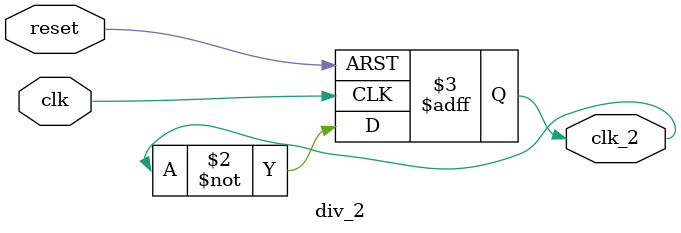
<source format=v>
module div_2 (clk_2, clk, reset);
	input clk, reset;
	output reg clk_2;
	
	always @ (posedge clk or posedge reset)
	begin
		if (reset)
			clk_2 <= 1'b0;
		else
			clk_2 <= ~clk_2;
	end
endmodule
	
</source>
